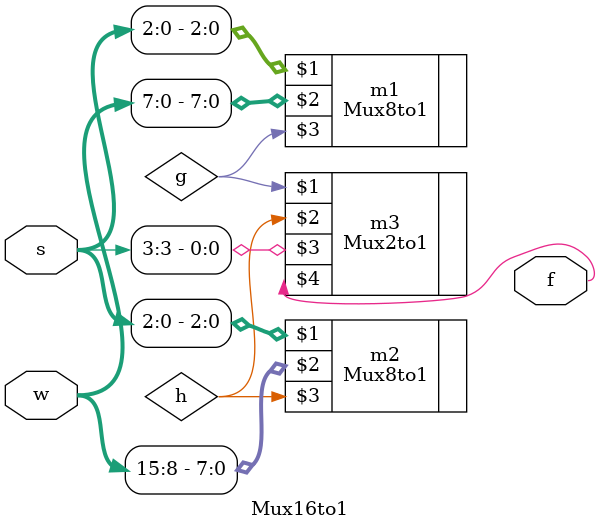
<source format=v>
`include "Mux8to1.v"
`include "Mux2to1.v"
module Mux16to1 (s, w, f);
input [3:0] s;
input [15:0] w;
output f;
wire g, h, i;
Mux8to1 m1(s[2:0], w[7:0], g);
Mux8to1 m2(s[2:0], w[15:8], h);
Mux2to1 m3(g, h, s[3], f);
//assign f=i;
endmodule

</source>
